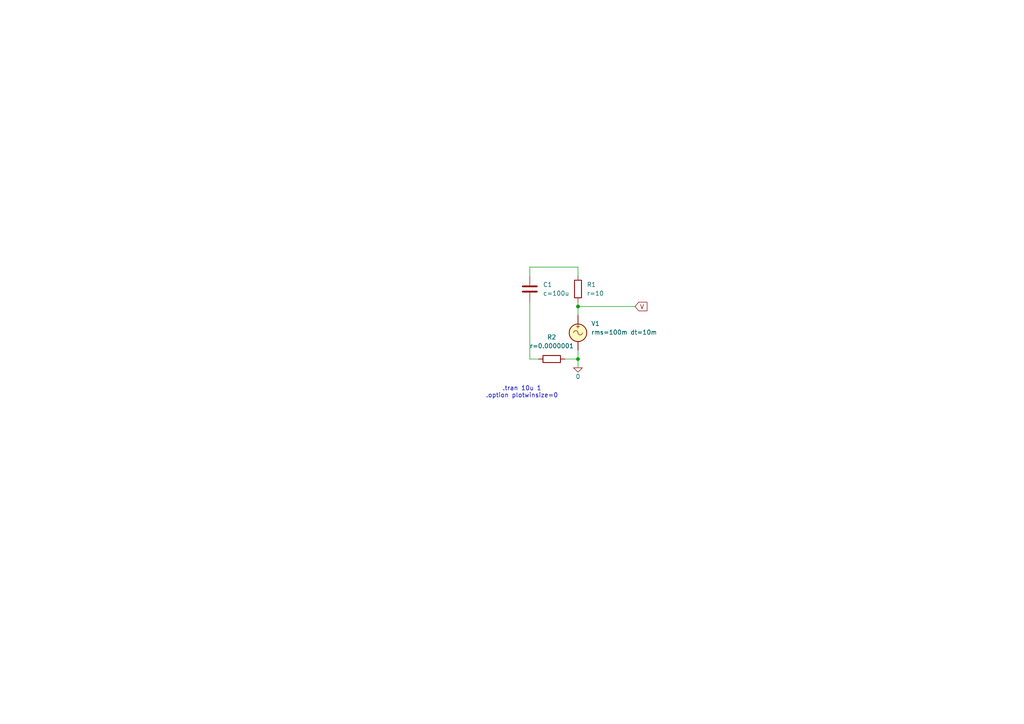
<source format=kicad_sch>
(kicad_sch (version 20231120) (generator "eeschema") (generator_version "8.0")
  (paper "A4")
  (lib_symbols
    (symbol "Device:C" (pin_numbers hide) (pin_names (offset 0.254))
      (property "Reference" "C" (at 0.635 2.54 0))
      (property "Value" "C" (at 0.635 -2.54 0))
      (symbol "C_0_1"
        (polyline (pts (xy -2.032 -0.762) (xy 2.032 -0.762)) (stroke (width 0.508)))
        (polyline (pts (xy -2.032 0.762) (xy 2.032 0.762)) (stroke (width 0.508)))
      )
      (symbol "C_1_1"
        (pin passive line (at 0 3.81 270) (length 2.794) (name "~") (number "1"))
        (pin passive line (at 0 -3.81 90) (length 2.794) (name "~") (number "2"))
      )
    )
    (symbol "Device:R" (pin_numbers hide) (pin_names (offset 0))
      (property "Reference" "R" (at 2.032 0 90))
      (property "Value" "R" (at 0 0 90))
      (symbol "R_0_1"
        (rectangle (start -1.016 -2.54) (end 1.016 2.54) (stroke (width 0.254)))
      )
      (symbol "R_1_1"
        (pin passive line (at 0 3.81 270) (length 1.27) (name "~") (number "1"))
        (pin passive line (at 0 -3.81 90) (length 1.27) (name "~") (number "2"))
      )
    )
    (symbol "Simulation_SPICE:0" (power) (pin_numbers hide) (pin_names (offset 0) hide)
      (property "Value" "0" (at 0 -2.54 0))
      (symbol "0_0_1"
        (polyline (pts (xy -1.27 0) (xy 0 -1.27) (xy 1.27 0) (xy -1.27 0)))
      )
      (symbol "0_1_1"
        (pin power_in line (at 0 0 0) (length 0) (name "~") (number "1"))
      )
    )
    (symbol "Simulation_SPICE:VSIN" (pin_numbers hide) (pin_names (offset 0.0254))
      (property "Reference" "V" (at 2.54 2.54 0))
      (property "Value" "VSIN" (at 2.54 0 0))
      (property "Sim.Params" "dc=0 ampl=1 f=1k ac=1" (at 2.54 -2.54 0))
      (symbol "VSIN_0_0"
        (arc (start 0 0) (mid -0.635 0.6323) (end -1.27 0))
        (arc (start 0 0) (mid 0.635 -0.6323) (end 1.27 0))
        (text "+" (at 0 1.905 0) (effects (font (size 1.27 1.27))))
      )
      (symbol "VSIN_0_1"
        (circle (center 0 0) (radius 2.54) (stroke (width 0.254)) (fill (type background)))
      )
      (symbol "VSIN_1_1"
        (pin passive line (at 0 5.08 270) (length 2.54) (name "~") (number "1"))
        (pin passive line (at 0 -5.08 90) (length 2.54) (name "~") (number "2"))
      )
    )
  )
  (junction (at 167.64 88.9))
  (junction (at 167.64 104.14))
  (wire (pts (xy 153.67 87.63) (xy 153.67 104.14)))
  (wire (pts (xy 167.64 77.47) (xy 153.67 77.47)))
  (wire (pts (xy 163.83 104.14) (xy 167.64 104.14)))
  (wire (pts (xy 153.67 104.14) (xy 156.21 104.14)))
  (wire (pts (xy 167.64 104.14) (xy 167.64 106.68)))
  (wire (pts (xy 167.64 87.63) (xy 167.64 88.9)))
  (wire (pts (xy 167.64 104.14) (xy 167.64 101.6)))
  (wire (pts (xy 167.64 88.9) (xy 167.64 91.44)))
  (wire (pts (xy 167.64 88.9) (xy 184.15 88.9)))
  (wire (pts (xy 167.64 80.01) (xy 167.64 77.47)))
  (wire (pts (xy 153.67 77.47) (xy 153.67 80.01)))
  (text ".tran 10u 1\n.option plotwinsize=0" (at 151.384 113.792 0) (effects (font (size 1.27 1.27))))
  (global_label "V" (shape input) (at 184.15 88.9 0) (property "Intersheetrefs" "${INTERSHEET_REFS}" (effects (hide yes))))
  (symbol (lib_id "Simulation_SPICE:VSIN") (at 167.64 96.52 0) (unit 1)
    (property "Reference" "V1" (at 171.45 93.8501 0) (effects (justify left)))
    (property "Value" "${SIM.PARAMS}" (at 171.45 96.3901 0) (effects (justify left)))
    (property "Datasheet" "https://ngspice.sourceforge.io/docs/ngspice-html-manual/manual.xhtml#sec_Independent_Sources_for" (effects (hide yes)))
    (property "Description" "Voltage source, sinusoidal" (effects (hide yes)))
    (property "Sim.Device" "V" (effects (hide yes)))
    (property "Sim.Params" "rms=100m dt=10m" (effects (hide yes)))
    (property "Sim.Type" "WHITENOISE" (effects (hide yes)))
    (property "Sim.Pins" "1=+ 2=-" (effects (hide yes)))
  )
  (symbol (lib_id "Device:R") (at 160.02 104.14 270) (unit 1)
    (property "Reference" "R2" (at 160.02 97.79 90))
    (property "Value" "${SIM.PARAMS}" (at 160.02 100.33 90))
    (property "Description" "Resistor" (effects (hide yes)))
    (property "Sim.Device" "R" (effects (hide yes)))
    (property "Sim.Params" "r=0.0000001" (effects (hide yes)))
    (property "Sim.Pins" "1=+ 2=-" (effects (hide yes)))
  )
  (symbol (lib_id "Device:R") (at 167.64 83.82 0) (unit 1)
    (property "Reference" "R1" (at 170.18 82.5499 0) (effects (justify left)))
    (property "Value" "${SIM.PARAMS}" (at 170.18 85.0899 0) (effects (justify left)))
    (property "Description" "Resistor" (effects (hide yes)))
    (property "Sim.Device" "R" (effects (hide yes)))
    (property "Sim.Type" "=" (effects (hide yes)))
    (property "Sim.Params" "r=10" (effects (hide yes)))
    (property "Sim.Pins" "1=+ 2=-" (effects (hide yes)))
  )
  (symbol (lib_id "Device:C") (at 153.67 83.82 0) (unit 1)
    (property "Reference" "C1" (at 157.48 82.5499 0) (effects (justify left)))
    (property "Value" "${SIM.PARAMS}" (at 157.48 85.0899 0) (effects (justify left)))
    (property "Description" "Unpolarized capacitor" (effects (hide yes)))
    (property "Sim.Device" "C" (effects (hide yes)))
    (property "Sim.Params" "c=100u" (effects (hide yes)))
    (property "Sim.Pins" "1=+ 2=-" (effects (hide yes)))
  )
  (symbol (lib_id "Simulation_SPICE:0") (at 167.64 106.68 0) (unit 1)
    (property "Reference" "#GND01" (effects (hide yes)))
    (property "Value" "0" (at 167.64 109.22 0))
    (property "Datasheet" "https://ngspice.sourceforge.io/docs/ngspice-html-manual/manual.xhtml#subsec_Circuit_elements__device" (effects (hide yes)))
    (property "Description" "0V reference potential for simulation" (effects (hide yes)))
  )
)
</source>
